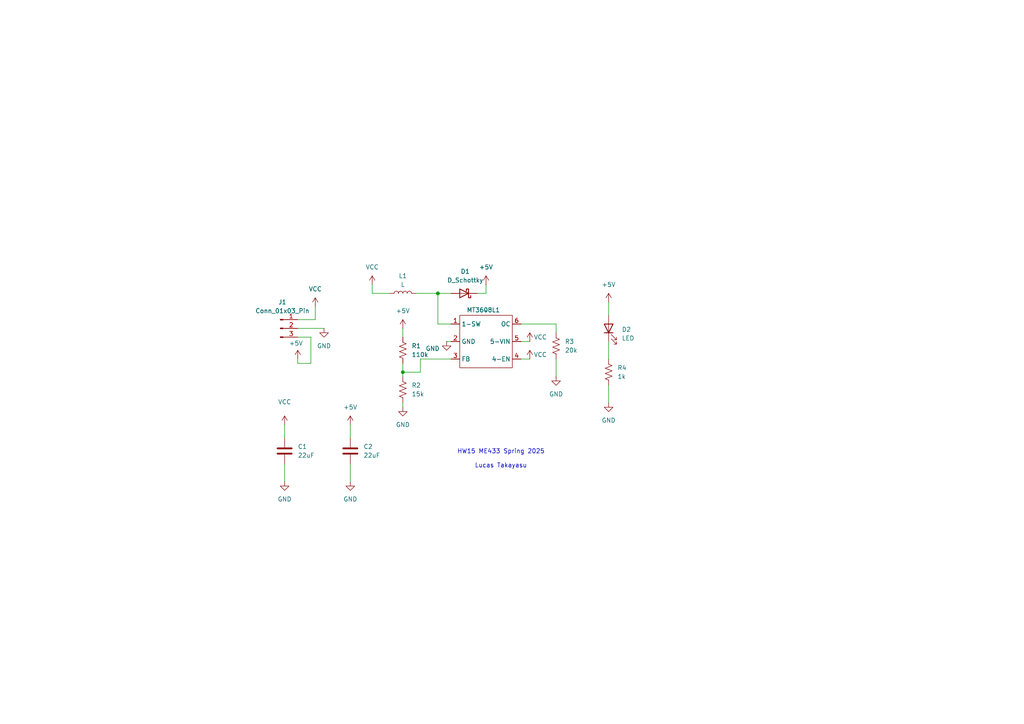
<source format=kicad_sch>
(kicad_sch (version 20250114) (generator "eeschema") (generator_version "9.0")
  (paper "A4")
  (lib_symbols
    (symbol "Connector:Conn_01x03_Pin" (pin_names (offset 1.016) (hide yes))
      (property "Reference" "J" (at 0 5.08 0))
      (property "Value" "Conn_01x03_Pin" (at 0 -5.08 0))
      (symbol "Conn_01x03_Pin_1_1"
        (rectangle (start 0.8636 2.667) (end 0 2.413) (stroke (width 0.1524)) (fill (type outline)))
        (rectangle (start 0.8636 0.127) (end 0 -0.127) (stroke (width 0.1524)) (fill (type outline)))
        (rectangle (start 0.8636 -2.413) (end 0 -2.667) (stroke (width 0.1524)) (fill (type outline)))
        (polyline (pts (xy 1.27 2.54) (xy 0.8636 2.54)) (stroke (width 0.1524)))
        (polyline (pts (xy 1.27 0) (xy 0.8636 0)) (stroke (width 0.1524)))
        (polyline (pts (xy 1.27 -2.54) (xy 0.8636 -2.54)) (stroke (width 0.1524)))
        (pin passive line (at 5.08 2.54 180) (length 3.81) (name "Pin_1") (number "1"))
        (pin passive line (at 5.08 0 180) (length 3.81) (name "Pin_2") (number "2"))
        (pin passive line (at 5.08 -2.54 180) (length 3.81) (name "Pin_3") (number "3"))
      )
    )
    (symbol "Device:C" (pin_numbers (hide yes)) (pin_names (offset 0.254))
      (property "Reference" "C" (at 0.635 2.54 0))
      (property "Value" "C" (at 0.635 -2.54 0))
      (symbol "C_0_1"
        (polyline (pts (xy -2.032 0.762) (xy 2.032 0.762)) (stroke (width 0.508)))
        (polyline (pts (xy -2.032 -0.762) (xy 2.032 -0.762)) (stroke (width 0.508)))
      )
      (symbol "C_1_1"
        (pin passive line (at 0 3.81 270) (length 2.794) (name "~") (number "1"))
        (pin passive line (at 0 -3.81 90) (length 2.794) (name "~") (number "2"))
      )
    )
    (symbol "Device:D_Schottky" (pin_numbers (hide yes)) (pin_names (offset 1.016) (hide yes))
      (property "Reference" "D" (at 0 2.54 0))
      (property "Value" "D_Schottky" (at 0 -2.54 0))
      (symbol "D_Schottky_0_1"
        (polyline (pts (xy -1.905 0.635) (xy -1.905 1.27) (xy -1.27 1.27) (xy -1.27 -1.27) (xy -0.635 -1.27) (xy -0.635 -0.635)) (stroke (width 0.254)))
        (polyline (pts (xy 1.27 1.27) (xy 1.27 -1.27) (xy -1.27 0) (xy 1.27 1.27)) (stroke (width 0.254)))
        (polyline (pts (xy 1.27 0) (xy -1.27 0)))
      )
      (symbol "D_Schottky_1_1"
        (pin passive line (at -3.81 0 0) (length 2.54) (name "K") (number "1"))
        (pin passive line (at 3.81 0 180) (length 2.54) (name "A") (number "2"))
      )
    )
    (symbol "Device:L" (pin_numbers (hide yes)) (pin_names (offset 1.016) (hide yes))
      (property "Reference" "L" (at -1.27 0 90))
      (property "Value" "L" (at 1.905 0 90))
      (symbol "L_0_1"
        (arc (start 0 2.54) (mid 0.6323 1.905) (end 0 1.27))
        (arc (start 0 1.27) (mid 0.6323 0.635) (end 0 0))
        (arc (start 0 0) (mid 0.6323 -0.635) (end 0 -1.27))
        (arc (start 0 -1.27) (mid 0.6323 -1.905) (end 0 -2.54))
      )
      (symbol "L_1_1"
        (pin passive line (at 0 3.81 270) (length 1.27) (name "1") (number "1"))
        (pin passive line (at 0 -3.81 90) (length 1.27) (name "2") (number "2"))
      )
    )
    (symbol "Device:LED" (pin_numbers (hide yes)) (pin_names (offset 1.016) (hide yes))
      (property "Reference" "D" (at 0 2.54 0))
      (property "Value" "LED" (at 0 -2.54 0))
      (symbol "LED_0_1"
        (polyline (pts (xy -3.048 -0.762) (xy -4.572 -2.286) (xy -3.81 -2.286) (xy -4.572 -2.286) (xy -4.572 -1.524)))
        (polyline (pts (xy -1.778 -0.762) (xy -3.302 -2.286) (xy -2.54 -2.286) (xy -3.302 -2.286) (xy -3.302 -1.524)))
        (polyline (pts (xy -1.27 0) (xy 1.27 0)))
        (polyline (pts (xy -1.27 -1.27) (xy -1.27 1.27)) (stroke (width 0.254)))
        (polyline (pts (xy 1.27 -1.27) (xy 1.27 1.27) (xy -1.27 0) (xy 1.27 -1.27)) (stroke (width 0.254)))
      )
      (symbol "LED_1_1"
        (pin passive line (at -3.81 0 0) (length 2.54) (name "K") (number "1"))
        (pin passive line (at 3.81 0 180) (length 2.54) (name "A") (number "2"))
      )
    )
    (symbol "Device:R_US" (pin_numbers (hide yes)) (pin_names (offset 0))
      (property "Reference" "R" (at 2.54 0 90))
      (property "Value" "R_US" (at -2.54 0 90))
      (symbol "R_US_0_1"
        (polyline (pts (xy 0 2.286) (xy 0 2.54)))
        (polyline (pts (xy 0 2.286) (xy 1.016 1.905) (xy 0 1.524) (xy -1.016 1.143) (xy 0 0.762)))
        (polyline (pts (xy 0 0.762) (xy 1.016 0.381) (xy 0 0) (xy -1.016 -0.381) (xy 0 -0.762)))
        (polyline (pts (xy 0 -0.762) (xy 1.016 -1.143) (xy 0 -1.524) (xy -1.016 -1.905) (xy 0 -2.286)))
        (polyline (pts (xy 0 -2.286) (xy 0 -2.54)))
      )
      (symbol "R_US_1_1"
        (pin passive line (at 0 3.81 270) (length 1.27) (name "~") (number "1"))
        (pin passive line (at 0 -3.81 90) (length 1.27) (name "~") (number "2"))
      )
    )
    (symbol "New_Library:433_KiCad"
      (property "Reference" "U" (at 4.318 -3.81 0))
      (symbol "433_KiCad_0_1"
        (polyline (pts (xy -2.54 6.35) (xy -2.54 -8.89) (xy 12.7 -8.89) (xy 12.7 6.35) (xy -2.54 6.35)))
      )
      (symbol "433_KiCad_1_1"
        (pin input line (at -5.08 3.81 0) (length 2.54) (name "1-SW") (number "1"))
        (pin input line (at -5.08 -1.27 0) (length 2.54) (name "GND") (number "2"))
        (pin input line (at -5.08 -6.35 0) (length 2.54) (name "FB") (number "3"))
        (pin input line (at 15.24 3.81 180) (length 2.54) (name "OC") (number "6"))
        (pin input line (at 15.24 -1.27 180) (length 2.54) (name "5-VIN") (number "5"))
        (pin input line (at 15.24 -6.35 180) (length 2.54) (name "4-EN") (number "4"))
      )
    )
    (symbol "power:+5V" (power) (pin_numbers (hide yes)) (pin_names (offset 0) (hide yes))
      (property "Value" "+5V" (at 0 3.556 0))
      (symbol "+5V_0_1"
        (polyline (pts (xy -0.762 1.27) (xy 0 2.54)))
        (polyline (pts (xy 0 2.54) (xy 0.762 1.27)))
        (polyline (pts (xy 0 0) (xy 0 2.54)))
      )
      (symbol "+5V_1_1"
        (pin power_in line (at 0 0 90) (length 0) (name "~") (number "1"))
      )
    )
    (symbol "power:GND" (power) (pin_numbers (hide yes)) (pin_names (offset 0) (hide yes))
      (property "Value" "GND" (at 0 -3.81 0))
      (symbol "GND_0_1"
        (polyline (pts (xy 0 0) (xy 0 -1.27) (xy 1.27 -1.27) (xy 0 -2.54) (xy -1.27 -1.27) (xy 0 -1.27)))
      )
      (symbol "GND_1_1"
        (pin power_in line (at 0 0 270) (length 0) (name "~") (number "1"))
      )
    )
    (symbol "power:VCC" (power) (pin_numbers (hide yes)) (pin_names (offset 0) (hide yes))
      (property "Value" "VCC" (at 0 3.556 0))
      (symbol "VCC_0_1"
        (polyline (pts (xy -0.762 1.27) (xy 0 2.54)))
        (polyline (pts (xy 0 2.54) (xy 0.762 1.27)))
        (polyline (pts (xy 0 0) (xy 0 2.54)))
      )
      (symbol "VCC_1_1"
        (pin power_in line (at 0 0 90) (length 0) (name "~") (number "1"))
      )
    )
  )
  (text "HW15 ME433 Spring 2025\n\nLucas Takayasu" (at 145.288 133.096 0) (effects (font (size 1.27 1.27))))
  (junction (at 127 85.09))
  (junction (at 116.84 107.95))
  (wire (pts (xy 101.6 134.62) (xy 101.6 139.7)))
  (wire (pts (xy 116.84 107.95) (xy 116.84 109.22)))
  (wire (pts (xy 140.97 85.09) (xy 140.97 82.55)))
  (wire (pts (xy 138.43 85.09) (xy 140.97 85.09)))
  (wire (pts (xy 121.92 107.95) (xy 121.92 104.14)))
  (wire (pts (xy 129.54 99.06) (xy 130.81 99.06)))
  (wire (pts (xy 120.65 85.09) (xy 127 85.09)))
  (wire (pts (xy 127 93.98) (xy 130.81 93.98)))
  (wire (pts (xy 127 85.09) (xy 127 93.98)))
  (wire (pts (xy 82.55 134.62) (xy 82.55 139.7)))
  (wire (pts (xy 151.13 99.06) (xy 153.67 99.06)))
  (wire (pts (xy 151.13 93.98) (xy 161.29 93.98)))
  (wire (pts (xy 101.6 123.19) (xy 101.6 127)))
  (wire (pts (xy 86.36 92.71) (xy 91.44 92.71)))
  (wire (pts (xy 116.84 105.41) (xy 116.84 107.95)))
  (wire (pts (xy 161.29 93.98) (xy 161.29 96.52)))
  (wire (pts (xy 86.36 105.41) (xy 90.17 105.41)))
  (wire (pts (xy 127 85.09) (xy 130.81 85.09)))
  (wire (pts (xy 176.53 87.63) (xy 176.53 91.44)))
  (wire (pts (xy 116.84 107.95) (xy 121.92 107.95)))
  (wire (pts (xy 86.36 105.41) (xy 86.36 104.14)))
  (wire (pts (xy 121.92 104.14) (xy 130.81 104.14)))
  (wire (pts (xy 161.29 104.14) (xy 161.29 109.22)))
  (wire (pts (xy 153.67 104.14) (xy 151.13 104.14)))
  (wire (pts (xy 86.36 97.79) (xy 90.17 97.79)))
  (wire (pts (xy 86.36 95.25) (xy 93.98 95.25)))
  (wire (pts (xy 116.84 95.25) (xy 116.84 97.79)))
  (wire (pts (xy 176.53 111.76) (xy 176.53 116.84)))
  (wire (pts (xy 116.84 116.84) (xy 116.84 118.11)))
  (wire (pts (xy 176.53 99.06) (xy 176.53 104.14)))
  (wire (pts (xy 107.95 85.09) (xy 113.03 85.09)))
  (wire (pts (xy 82.55 123.19) (xy 82.55 127)))
  (wire (pts (xy 90.17 97.79) (xy 90.17 105.41)))
  (wire (pts (xy 107.95 82.55) (xy 107.95 85.09)))
  (wire (pts (xy 91.44 92.71) (xy 91.44 88.9)))
  (symbol (lib_id "power:+5V") (at 153.67 104.14 0) (unit 1)
    (property "Reference" "#PWR017" (effects (hide yes)))
    (property "Value" "VCC" (at 156.718 102.87 0))
    (property "Description" "Power symbol creates a global label with name \"+5V\"" (effects (hide yes)))
  )
  (symbol (lib_id "Device:R_US") (at 176.53 107.95 0) (unit 1)
    (property "Reference" "R4" (at 179.07 106.6799 0) (effects (justify left)))
    (property "Value" "1k" (at 179.07 109.2199 0) (effects (justify left)))
    (property "Footprint" "Resistor_SMD:R_0805_2012Metric" (effects (hide yes)))
    (property "Description" "Resistor, US symbol" (effects (hide yes)))
  )
  (symbol (lib_id "power:+5V") (at 176.53 87.63 0) (unit 1)
    (property "Reference" "#PWR016" (effects (hide yes)))
    (property "Value" "+5V" (at 176.53 82.55 0))
    (property "Description" "Power symbol creates a global label with name \"+5V\"" (effects (hide yes)))
  )
  (symbol (lib_id "power:GND") (at 176.53 116.84 0) (unit 1)
    (property "Reference" "#PWR015" (effects (hide yes)))
    (property "Value" "GND" (at 176.53 121.92 0))
    (property "Description" "Power symbol creates a global label with name \"GND\" , ground" (effects (hide yes)))
  )
  (symbol (lib_id "power:VCC") (at 91.44 88.9 0) (unit 1)
    (property "Reference" "#PWR01" (effects (hide yes)))
    (property "Value" "VCC" (at 91.44 83.82 0))
    (property "Description" "Power symbol creates a global label with name \"VCC\"" (effects (hide yes)))
  )
  (symbol (lib_id "power:GND") (at 161.29 109.22 0) (unit 1)
    (property "Reference" "#PWR014" (effects (hide yes)))
    (property "Value" "GND" (at 161.29 114.3 0))
    (property "Description" "Power symbol creates a global label with name \"GND\" , ground" (effects (hide yes)))
  )
  (symbol (lib_id "Device:R_US") (at 116.84 113.03 0) (unit 1)
    (property "Reference" "R2" (at 119.38 111.7599 0) (effects (justify left)))
    (property "Value" "15k" (at 119.38 114.2999 0) (effects (justify left)))
    (property "Footprint" "Resistor_SMD:R_0805_2012Metric" (effects (hide yes)))
    (property "Description" "Resistor, US symbol" (effects (hide yes)))
  )
  (symbol (lib_id "Device:D_Schottky") (at 134.62 85.09 180) (unit 1)
    (property "Reference" "D1" (at 134.9375 78.74 0))
    (property "Value" "D_Schottky" (at 134.9375 81.28 0))
    (property "Footprint" "Diode_SMD:D_SOD-123" (effects (hide yes)))
    (property "Description" "Schottky diode" (effects (hide yes)))
  )
  (symbol (lib_id "power:GND") (at 101.6 139.7 0) (unit 1)
    (property "Reference" "#PWR06" (effects (hide yes)))
    (property "Value" "GND" (at 101.6 144.78 0))
    (property "Description" "Power symbol creates a global label with name \"GND\" , ground" (effects (hide yes)))
  )
  (symbol (lib_id "power:GND") (at 93.98 95.25 0) (unit 1)
    (property "Reference" "#PWR02" (effects (hide yes)))
    (property "Value" "GND" (at 93.98 100.33 0))
    (property "Description" "Power symbol creates a global label with name \"GND\" , ground" (effects (hide yes)))
  )
  (symbol (lib_id "Device:LED") (at 176.53 95.25 90) (unit 1)
    (property "Reference" "D2" (at 180.34 95.5674 90) (effects (justify right)))
    (property "Value" "LED" (at 180.34 98.1074 90) (effects (justify right)))
    (property "Footprint" "LED_SMD:LED_0603_1608Metric" (effects (hide yes)))
    (property "Description" "Light emitting diode" (effects (hide yes)))
    (property "Sim.Pins" "1=K 2=A" (effects (hide yes)))
  )
  (symbol (lib_id "power:+5V") (at 140.97 82.55 0) (unit 1)
    (property "Reference" "#PWR09" (effects (hide yes)))
    (property "Value" "+5V" (at 140.97 77.47 0))
    (property "Description" "Power symbol creates a global label with name \"+5V\"" (effects (hide yes)))
  )
  (symbol (lib_id "power:VCC") (at 107.95 82.55 0) (unit 1)
    (property "Reference" "#PWR08" (effects (hide yes)))
    (property "Value" "VCC" (at 107.95 77.47 0))
    (property "Description" "Power symbol creates a global label with name \"VCC\"" (effects (hide yes)))
  )
  (symbol (lib_id "power:+5V") (at 153.67 99.06 0) (unit 1)
    (property "Reference" "#PWR013" (effects (hide yes)))
    (property "Value" "VCC" (at 156.718 97.79 0))
    (property "Description" "Power symbol creates a global label with name \"+5V\"" (effects (hide yes)))
  )
  (symbol (lib_id "power:GND") (at 129.54 99.06 0) (unit 1)
    (property "Reference" "#PWR010" (effects (hide yes)))
    (property "Value" "GND" (at 125.476 101.092 0))
    (property "Description" "Power symbol creates a global label with name \"GND\" , ground" (effects (hide yes)))
  )
  (symbol (lib_id "New_Library:433_KiCad") (at 135.89 97.79 0) (unit 1)
    (property "Reference" "MT3608L1" (at 140.208 89.916 0))
    (property "Value" "~" (at 140.97 90.17 0))
    (property "Footprint" "Package_TO_SOT_SMD:SOT-23-6" (effects (hide yes)))
  )
  (symbol (lib_id "Device:L") (at 116.84 85.09 90) (unit 1)
    (property "Reference" "L1" (at 116.84 80.01 90))
    (property "Value" "L" (at 116.84 82.55 90))
    (property "Footprint" "Inductor_SMD:L_1210_3225Metric" (effects (hide yes)))
    (property "Description" "Inductor" (effects (hide yes)))
  )
  (symbol (lib_id "Connector:Conn_01x03_Pin") (at 81.28 95.25 0) (unit 1)
    (property "Reference" "J1" (at 81.915 87.63 0))
    (property "Value" "Conn_01x03_Pin" (at 81.915 90.17 0))
    (property "Footprint" "Connector_PinSocket_2.54mm:PinSocket_1x03_P2.54mm_Vertical" (effects (hide yes)))
    (property "Description" "Generic connector, single row, 01x03, script generated" (effects (hide yes)))
  )
  (symbol (lib_id "power:+5V") (at 116.84 95.25 0) (unit 1)
    (property "Reference" "#PWR011" (effects (hide yes)))
    (property "Value" "+5V" (at 116.84 90.17 0))
    (property "Description" "Power symbol creates a global label with name \"+5V\"" (effects (hide yes)))
  )
  (symbol (lib_id "Device:C") (at 82.55 130.81 0) (unit 1)
    (property "Reference" "C1" (at 86.36 129.5399 0) (effects (justify left)))
    (property "Value" "22uF" (at 86.36 132.0799 0) (effects (justify left)))
    (property "Footprint" "Capacitor_SMD:C_0805_2012Metric" (effects (hide yes)))
    (property "Description" "Unpolarized capacitor" (effects (hide yes)))
  )
  (symbol (lib_id "power:+5V") (at 101.6 123.19 0) (unit 1)
    (property "Reference" "#PWR07" (effects (hide yes)))
    (property "Value" "+5V" (at 101.6 118.11 0))
    (property "Description" "Power symbol creates a global label with name \"+5V\"" (effects (hide yes)))
  )
  (symbol (lib_id "power:GND") (at 116.84 118.11 0) (unit 1)
    (property "Reference" "#PWR012" (effects (hide yes)))
    (property "Value" "GND" (at 116.84 123.19 0))
    (property "Description" "Power symbol creates a global label with name \"GND\" , ground" (effects (hide yes)))
  )
  (symbol (lib_id "power:+5V") (at 86.36 104.14 0) (unit 1)
    (property "Reference" "#PWR03" (effects (hide yes)))
    (property "Value" "+5V" (at 85.852 99.568 0))
    (property "Description" "Power symbol creates a global label with name \"+5V\"" (effects (hide yes)))
  )
  (symbol (lib_id "Device:C") (at 101.6 130.81 0) (unit 1)
    (property "Reference" "C2" (at 105.41 129.5399 0) (effects (justify left)))
    (property "Value" "22uF" (at 105.41 132.0799 0) (effects (justify left)))
    (property "Footprint" "Capacitor_SMD:C_0805_2012Metric" (effects (hide yes)))
    (property "Description" "Unpolarized capacitor" (effects (hide yes)))
  )
  (symbol (lib_id "Device:R_US") (at 116.84 101.6 0) (unit 1)
    (property "Reference" "R1" (at 119.38 100.3299 0) (effects (justify left)))
    (property "Value" "110k" (at 119.38 102.8699 0) (effects (justify left)))
    (property "Footprint" "Resistor_SMD:R_0805_2012Metric" (effects (hide yes)))
    (property "Description" "Resistor, US symbol" (effects (hide yes)))
  )
  (symbol (lib_id "Device:R_US") (at 161.29 100.33 0) (unit 1)
    (property "Reference" "R3" (at 163.83 99.0599 0) (effects (justify left)))
    (property "Value" "20k" (at 163.83 101.5999 0) (effects (justify left)))
    (property "Footprint" "Resistor_SMD:R_0805_2012Metric" (effects (hide yes)))
    (property "Description" "Resistor, US symbol" (effects (hide yes)))
  )
  (symbol (lib_id "power:VCC") (at 82.55 123.19 0) (unit 1)
    (property "Reference" "#PWR04" (effects (hide yes)))
    (property "Value" "VCC" (at 82.55 116.586 0))
    (property "Description" "Power symbol creates a global label with name \"VCC\"" (effects (hide yes)))
  )
  (symbol (lib_id "power:GND") (at 82.55 139.7 0) (unit 1)
    (property "Reference" "#PWR05" (effects (hide yes)))
    (property "Value" "GND" (at 82.55 144.78 0))
    (property "Description" "Power symbol creates a global label with name \"GND\" , ground" (effects (hide yes)))
  )
)
</source>
